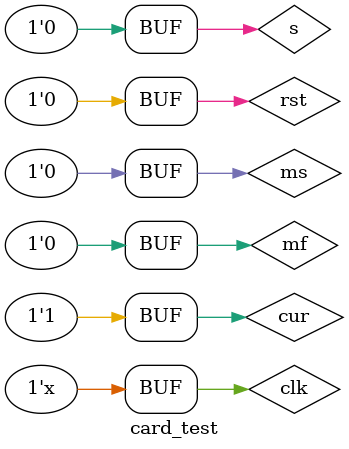
<source format=v>
`timescale 1ns / 1ps

module card_test;

	// Inputs
	reg clk;
	reg rst;
	reg cur;
	reg s;
	reg mf;
	reg ms;

	// Outputs
	wire sel;
	wire blink;
	wire hidden;
  wire [4:0] state_debug;

	// Instantiate the Unit Under Test (UUT)
	card uut (
		.clk(clk), 
		.rst(rst), 
		.cur(cur), 
		.s(s), 
		.mf(mf), 
		.ms(ms), 
		.sel(sel), 
		.blink(blink), 
		.hidden(hidden),
    .state_debug(state_debug)
	);

	initial begin
		// Initialize Inputs
		clk = 0;
		rst = 0;
		cur = 0;
		s = 0;
		mf = 0;
		ms = 0;

		// Wait 100 ns for global reset to finish
		#100;
    cur = 1;
    
    #50;
    cur = 0;
    
    #50;
    cur = 1;
    
    #50;
    cur = 0;
    
    #50;
    s = 1;
    ms = 1;
    
    #50;
    s = 0;
    ms = 0;
    
    #100;
    cur = 1;
    
    #100;
    s = 1;
    
    #10;
    s = 0;
    
    #25;
    cur = 0;
    
    #25;
    cur = 1;
    
    #50;
    s = 1;
    
    #10;
    s = 0;
    
    #150;
    ms = 1;
    
    #100;
    ms = 0;
        
		// Add stimulus here
    
	end
  always #5 clk = ~clk;
endmodule


</source>
